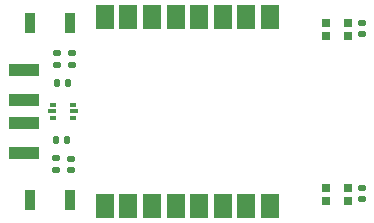
<source format=gbr>
%TF.GenerationSoftware,KiCad,Pcbnew,(7.0.0)*%
%TF.CreationDate,2023-06-22T14:20:14+03:00*%
%TF.ProjectId,Longle,4c6f6e67-6c65-42e6-9b69-6361645f7063,1.0*%
%TF.SameCoordinates,Original*%
%TF.FileFunction,Paste,Top*%
%TF.FilePolarity,Positive*%
%FSLAX46Y46*%
G04 Gerber Fmt 4.6, Leading zero omitted, Abs format (unit mm)*
G04 Created by KiCad (PCBNEW (7.0.0)) date 2023-06-22 14:20:14*
%MOMM*%
%LPD*%
G01*
G04 APERTURE LIST*
G04 Aperture macros list*
%AMRoundRect*
0 Rectangle with rounded corners*
0 $1 Rounding radius*
0 $2 $3 $4 $5 $6 $7 $8 $9 X,Y pos of 4 corners*
0 Add a 4 corners polygon primitive as box body*
4,1,4,$2,$3,$4,$5,$6,$7,$8,$9,$2,$3,0*
0 Add four circle primitives for the rounded corners*
1,1,$1+$1,$2,$3*
1,1,$1+$1,$4,$5*
1,1,$1+$1,$6,$7*
1,1,$1+$1,$8,$9*
0 Add four rect primitives between the rounded corners*
20,1,$1+$1,$2,$3,$4,$5,0*
20,1,$1+$1,$4,$5,$6,$7,0*
20,1,$1+$1,$6,$7,$8,$9,0*
20,1,$1+$1,$8,$9,$2,$3,0*%
G04 Aperture macros list end*
%ADD10RoundRect,0.147500X-0.147500X-0.172500X0.147500X-0.172500X0.147500X0.172500X-0.147500X0.172500X0*%
%ADD11RoundRect,0.140000X0.170000X-0.140000X0.170000X0.140000X-0.170000X0.140000X-0.170000X-0.140000X0*%
%ADD12R,2.500000X1.100000*%
%ADD13R,0.900000X1.700000*%
%ADD14R,0.500000X0.375000*%
%ADD15R,0.650000X0.300000*%
%ADD16RoundRect,0.135000X0.185000X-0.135000X0.185000X0.135000X-0.185000X0.135000X-0.185000X-0.135000X0*%
%ADD17RoundRect,0.135000X-0.185000X0.135000X-0.185000X-0.135000X0.185000X-0.135000X0.185000X0.135000X0*%
%ADD18R,0.700000X0.700000*%
%ADD19R,1.500000X2.000000*%
%ADD20RoundRect,0.147500X0.147500X0.172500X-0.147500X0.172500X-0.147500X-0.172500X0.147500X-0.172500X0*%
G04 APERTURE END LIST*
D10*
%TO.C,D201*%
X140447400Y-104114600D03*
X141417400Y-104114600D03*
%TD*%
D11*
%TO.C,C102*%
X141757400Y-106654600D03*
X141757400Y-105694600D03*
%TD*%
%TO.C,C106*%
X166369400Y-95154600D03*
X166369400Y-94194600D03*
%TD*%
D12*
%TO.C,J101*%
X137721599Y-105173599D03*
X137721599Y-102673599D03*
X137721599Y-100673599D03*
X137721599Y-98173599D03*
%TD*%
D13*
%TO.C,SW201*%
X138231599Y-109194599D03*
X141631599Y-109194599D03*
%TD*%
D14*
%TO.C,U102*%
X140175599Y-101136099D03*
D15*
X140100599Y-101673599D03*
D14*
X140175599Y-102211099D03*
X141875599Y-102211099D03*
D15*
X141950599Y-101673599D03*
D14*
X141875599Y-101136099D03*
%TD*%
D16*
%TO.C,R203*%
X140517600Y-97768600D03*
X140517600Y-96748600D03*
%TD*%
D17*
%TO.C,R202*%
X141787600Y-96744600D03*
X141787600Y-97764600D03*
%TD*%
D16*
%TO.C,R204*%
X140487400Y-106656600D03*
X140487400Y-105636600D03*
%TD*%
D18*
%TO.C,D102*%
X165151399Y-109236599D03*
X165151399Y-108136599D03*
X163321399Y-108136599D03*
X163321399Y-109236599D03*
%TD*%
D13*
%TO.C,SW202*%
X141628599Y-94232599D03*
X138228599Y-94232599D03*
%TD*%
D18*
%TO.C,D101*%
X165151399Y-95266599D03*
X165151399Y-94166599D03*
X163321399Y-94166599D03*
X163321399Y-95266599D03*
%TD*%
D19*
%TO.C,U301*%
X158581599Y-93673599D03*
X156581599Y-93673599D03*
X154581599Y-93673599D03*
X152581599Y-93673599D03*
X150581599Y-93673599D03*
X148581599Y-93673599D03*
X146581599Y-93673599D03*
X144581599Y-93673599D03*
X144581599Y-109673599D03*
X146581599Y-109673599D03*
X148581599Y-109673599D03*
X150581599Y-109673599D03*
X152581599Y-109673599D03*
X154581599Y-109673599D03*
X156581599Y-109673599D03*
X158581599Y-109673599D03*
%TD*%
D20*
%TO.C,D202*%
X141510600Y-99288600D03*
X140540600Y-99288600D03*
%TD*%
D11*
%TO.C,C107*%
X166369400Y-109130600D03*
X166369400Y-108170600D03*
%TD*%
M02*

</source>
